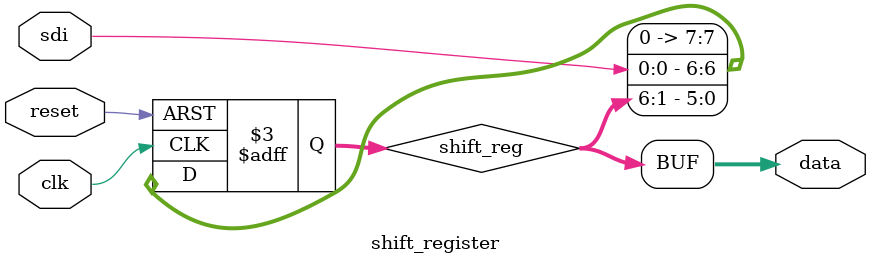
<source format=v>
module shift_register #(parameter WORD = 8)(
    input wire clk,
    input wire reset,
    input wire sdi,
    output wire [WORD-1:0] data
);

    reg [WORD-1:0] shift_reg;

    always @(posedge clk or negedge reset) begin
        if (!reset) begin
            shift_reg <= {WORD{1'b0}};
        end else begin
            shift_reg <= {sdi, shift_reg[WORD-2:1]};
        end
    end

    assign data = shift_reg;

endmodule

</source>
